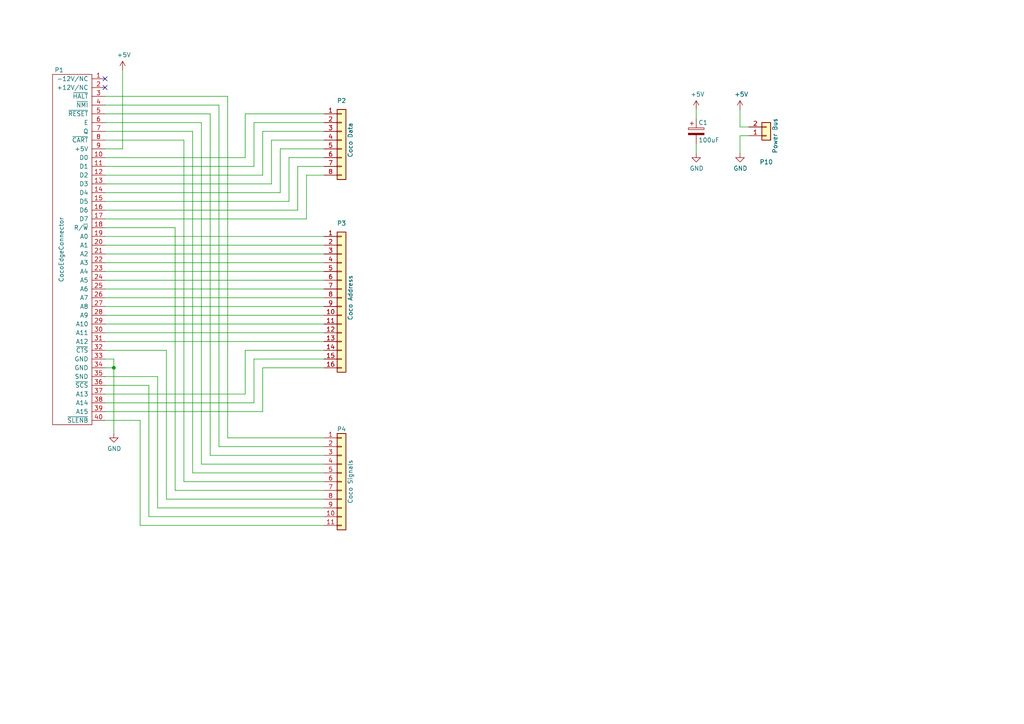
<source format=kicad_sch>
(kicad_sch (version 20230121) (generator eeschema)
  (paper "A4")
  (title_block (title "Omniboard") (date "2016-09-01") (rev "1.0") (company "Titanium Studios Pty Ltd"))
  (lib_symbols
    (symbol "CoCoProtoBoard-rescue:COCO_EDGE_CONNECTOR-00_Custom" (pin_names (offset 1.016))
      (property "Reference" "P" (at -3.175 52.07 0))
      (property "Value" "00_Custom_COCO_EDGE_CONNECTOR" (at -2.54 0 90))
      (symbol "COCO_EDGE_CONNECTOR-00_Custom_0_1"
        (rectangle (start -5.08 50.8) (end 6.35 -50.8))
      )
      (symbol "COCO_EDGE_CONNECTOR-00_Custom_1_1"
        (pin power_out line (at 10.16 49.53 180) (length 3.81) (name "-12V/NC") (number "1"))
        (pin passive line (at 10.16 26.67 180) (length 3.81) (name "D0") (number "10"))
        (pin passive line (at 10.16 24.13 180) (length 3.81) (name "D1") (number "11"))
        (pin passive line (at 10.16 21.59 180) (length 3.81) (name "D2") (number "12"))
        (pin passive line (at 10.16 19.05 180) (length 3.81) (name "D3") (number "13"))
        (pin passive line (at 10.16 16.51 180) (length 3.81) (name "D4") (number "14"))
        (pin passive line (at 10.16 13.97 180) (length 3.81) (name "D5") (number "15"))
        (pin passive line (at 10.16 11.43 180) (length 3.81) (name "D6") (number "16"))
        (pin passive line (at 10.16 8.89 180) (length 3.81) (name "D7") (number "17"))
        (pin passive line (at 10.16 6.35 180) (length 3.81) (name "R/~{W}") (number "18"))
        (pin passive line (at 10.16 3.81 180) (length 3.81) (name "A0") (number "19"))
        (pin power_out line (at 10.16 46.99 180) (length 3.81) (name "+12V/NC") (number "2"))
        (pin passive line (at 10.16 1.27 180) (length 3.81) (name "A1") (number "20"))
        (pin passive line (at 10.16 -1.27 180) (length 3.81) (name "A2") (number "21"))
        (pin passive line (at 10.16 -3.81 180) (length 3.81) (name "A3") (number "22"))
        (pin passive line (at 10.16 -6.35 180) (length 3.81) (name "A4") (number "23"))
        (pin passive line (at 10.16 -8.89 180) (length 3.81) (name "A5") (number "24"))
        (pin passive line (at 10.16 -11.43 180) (length 3.81) (name "A6") (number "25"))
        (pin passive line (at 10.16 -13.97 180) (length 3.81) (name "A7") (number "26"))
        (pin passive line (at 10.16 -16.51 180) (length 3.81) (name "A8") (number "27"))
        (pin passive line (at 10.16 -19.05 180) (length 3.81) (name "A9") (number "28"))
        (pin passive line (at 10.16 -21.59 180) (length 3.81) (name "A10") (number "29"))
        (pin passive line (at 10.16 44.45 180) (length 3.81) (name "~{HALT}") (number "3"))
        (pin passive line (at 10.16 -24.13 180) (length 3.81) (name "A11") (number "30"))
        (pin passive line (at 10.16 -26.67 180) (length 3.81) (name "A12") (number "31"))
        (pin passive line (at 10.16 -29.21 180) (length 3.81) (name "~{CTS}") (number "32"))
        (pin power_out line (at 10.16 -31.75 180) (length 3.81) (name "GND") (number "33"))
        (pin power_in line (at 10.16 -34.29 180) (length 3.81) (name "GND") (number "34"))
        (pin passive line (at 10.16 -36.83 180) (length 3.81) (name "SND") (number "35"))
        (pin passive line (at 10.16 -39.37 180) (length 3.81) (name "~{SCS}") (number "36"))
        (pin passive line (at 10.16 -41.91 180) (length 3.81) (name "A13") (number "37"))
        (pin passive line (at 10.16 -44.45 180) (length 3.81) (name "A14") (number "38"))
        (pin passive line (at 10.16 -46.99 180) (length 3.81) (name "A15") (number "39"))
        (pin passive line (at 10.16 41.91 180) (length 3.81) (name "~{NMI}") (number "4"))
        (pin passive line (at 10.16 -49.53 180) (length 3.81) (name "~{SLENB}") (number "40"))
        (pin passive line (at 10.16 39.37 180) (length 3.81) (name "~{RESET}") (number "5"))
        (pin passive line (at 10.16 36.83 180) (length 3.81) (name "E") (number "6"))
        (pin passive line (at 10.16 34.29 180) (length 3.81) (name "Q") (number "7"))
        (pin passive line (at 10.16 31.75 180) (length 3.81) (name "~{CART}") (number "8"))
        (pin power_out line (at 10.16 29.21 180) (length 3.81) (name "+5V") (number "9"))
      )
    )
    (symbol "CoCoProtoBoard-rescue:CP-Device" (pin_numbers hide) (pin_names (offset 0.254))
      (property "Reference" "C" (at 0.635 2.54 0))
      (property "Value" "Device_CP" (at 0.635 -2.54 0))
      (symbol "CP-Device_0_1"
        (rectangle (start -2.286 0.508) (end 2.286 1.016))
        (polyline (pts (xy -1.778 2.286) (xy -0.762 2.286)))
        (polyline (pts (xy -1.27 2.794) (xy -1.27 1.778)))
        (rectangle (start 2.286 -0.508) (end -2.286 -1.016) (fill (type outline)))
      )
      (symbol "CP-Device_1_1"
        (pin passive line (at 0 3.81 270) (length 2.794) (name "~") (number "1"))
        (pin passive line (at 0 -3.81 90) (length 2.794) (name "~") (number "2"))
      )
    )
    (symbol "Connector_Generic:Conn_01x02" (pin_names (offset 1.016) hide)
      (property "Reference" "J" (at 0 2.54 0))
      (property "Value" "Conn_01x02" (at 0 -5.08 0))
      (symbol "Conn_01x02_1_1"
        (rectangle (start -1.27 -2.413) (end 0 -2.667) (stroke (width 0.1524)))
        (rectangle (start -1.27 0.127) (end 0 -0.127) (stroke (width 0.1524)))
        (rectangle (start -1.27 1.27) (end 1.27 -3.81) (stroke (width 0.254)) (fill (type background)))
        (pin passive line (at -5.08 0 0) (length 3.81) (name "Pin_1") (number "1"))
        (pin passive line (at -5.08 -2.54 0) (length 3.81) (name "Pin_2") (number "2"))
      )
    )
    (symbol "Connector_Generic:Conn_01x08" (pin_names (offset 1.016) hide)
      (property "Reference" "J" (at 0 10.16 0))
      (property "Value" "Conn_01x08" (at 0 -12.7 0))
      (symbol "Conn_01x08_1_1"
        (rectangle (start -1.27 -10.033) (end 0 -10.287) (stroke (width 0.1524)))
        (rectangle (start -1.27 -7.493) (end 0 -7.747) (stroke (width 0.1524)))
        (rectangle (start -1.27 -4.953) (end 0 -5.207) (stroke (width 0.1524)))
        (rectangle (start -1.27 -2.413) (end 0 -2.667) (stroke (width 0.1524)))
        (rectangle (start -1.27 0.127) (end 0 -0.127) (stroke (width 0.1524)))
        (rectangle (start -1.27 2.667) (end 0 2.413) (stroke (width 0.1524)))
        (rectangle (start -1.27 5.207) (end 0 4.953) (stroke (width 0.1524)))
        (rectangle (start -1.27 7.747) (end 0 7.493) (stroke (width 0.1524)))
        (rectangle (start -1.27 8.89) (end 1.27 -11.43) (stroke (width 0.254)) (fill (type background)))
        (pin passive line (at -5.08 7.62 0) (length 3.81) (name "Pin_1") (number "1"))
        (pin passive line (at -5.08 5.08 0) (length 3.81) (name "Pin_2") (number "2"))
        (pin passive line (at -5.08 2.54 0) (length 3.81) (name "Pin_3") (number "3"))
        (pin passive line (at -5.08 0 0) (length 3.81) (name "Pin_4") (number "4"))
        (pin passive line (at -5.08 -2.54 0) (length 3.81) (name "Pin_5") (number "5"))
        (pin passive line (at -5.08 -5.08 0) (length 3.81) (name "Pin_6") (number "6"))
        (pin passive line (at -5.08 -7.62 0) (length 3.81) (name "Pin_7") (number "7"))
        (pin passive line (at -5.08 -10.16 0) (length 3.81) (name "Pin_8") (number "8"))
      )
    )
    (symbol "Connector_Generic:Conn_01x11" (pin_names (offset 1.016) hide)
      (property "Reference" "J" (at 0 15.24 0))
      (property "Value" "Conn_01x11" (at 0 -15.24 0))
      (symbol "Conn_01x11_1_1"
        (rectangle (start -1.27 -12.573) (end 0 -12.827) (stroke (width 0.1524)))
        (rectangle (start -1.27 -10.033) (end 0 -10.287) (stroke (width 0.1524)))
        (rectangle (start -1.27 -7.493) (end 0 -7.747) (stroke (width 0.1524)))
        (rectangle (start -1.27 -4.953) (end 0 -5.207) (stroke (width 0.1524)))
        (rectangle (start -1.27 -2.413) (end 0 -2.667) (stroke (width 0.1524)))
        (rectangle (start -1.27 0.127) (end 0 -0.127) (stroke (width 0.1524)))
        (rectangle (start -1.27 2.667) (end 0 2.413) (stroke (width 0.1524)))
        (rectangle (start -1.27 5.207) (end 0 4.953) (stroke (width 0.1524)))
        (rectangle (start -1.27 7.747) (end 0 7.493) (stroke (width 0.1524)))
        (rectangle (start -1.27 10.287) (end 0 10.033) (stroke (width 0.1524)))
        (rectangle (start -1.27 12.827) (end 0 12.573) (stroke (width 0.1524)))
        (rectangle (start -1.27 13.97) (end 1.27 -13.97) (stroke (width 0.254)) (fill (type background)))
        (pin passive line (at -5.08 12.7 0) (length 3.81) (name "Pin_1") (number "1"))
        (pin passive line (at -5.08 -10.16 0) (length 3.81) (name "Pin_10") (number "10"))
        (pin passive line (at -5.08 -12.7 0) (length 3.81) (name "Pin_11") (number "11"))
        (pin passive line (at -5.08 10.16 0) (length 3.81) (name "Pin_2") (number "2"))
        (pin passive line (at -5.08 7.62 0) (length 3.81) (name "Pin_3") (number "3"))
        (pin passive line (at -5.08 5.08 0) (length 3.81) (name "Pin_4") (number "4"))
        (pin passive line (at -5.08 2.54 0) (length 3.81) (name "Pin_5") (number "5"))
        (pin passive line (at -5.08 0 0) (length 3.81) (name "Pin_6") (number "6"))
        (pin passive line (at -5.08 -2.54 0) (length 3.81) (name "Pin_7") (number "7"))
        (pin passive line (at -5.08 -5.08 0) (length 3.81) (name "Pin_8") (number "8"))
        (pin passive line (at -5.08 -7.62 0) (length 3.81) (name "Pin_9") (number "9"))
      )
    )
    (symbol "Connector_Generic:Conn_01x16" (pin_names (offset 1.016) hide)
      (property "Reference" "J" (at 0 20.32 0))
      (property "Value" "Conn_01x16" (at 0 -22.86 0))
      (symbol "Conn_01x16_1_1"
        (rectangle (start -1.27 -20.193) (end 0 -20.447) (stroke (width 0.1524)))
        (rectangle (start -1.27 -17.653) (end 0 -17.907) (stroke (width 0.1524)))
        (rectangle (start -1.27 -15.113) (end 0 -15.367) (stroke (width 0.1524)))
        (rectangle (start -1.27 -12.573) (end 0 -12.827) (stroke (width 0.1524)))
        (rectangle (start -1.27 -10.033) (end 0 -10.287) (stroke (width 0.1524)))
        (rectangle (start -1.27 -7.493) (end 0 -7.747) (stroke (width 0.1524)))
        (rectangle (start -1.27 -4.953) (end 0 -5.207) (stroke (width 0.1524)))
        (rectangle (start -1.27 -2.413) (end 0 -2.667) (stroke (width 0.1524)))
        (rectangle (start -1.27 0.127) (end 0 -0.127) (stroke (width 0.1524)))
        (rectangle (start -1.27 2.667) (end 0 2.413) (stroke (width 0.1524)))
        (rectangle (start -1.27 5.207) (end 0 4.953) (stroke (width 0.1524)))
        (rectangle (start -1.27 7.747) (end 0 7.493) (stroke (width 0.1524)))
        (rectangle (start -1.27 10.287) (end 0 10.033) (stroke (width 0.1524)))
        (rectangle (start -1.27 12.827) (end 0 12.573) (stroke (width 0.1524)))
        (rectangle (start -1.27 15.367) (end 0 15.113) (stroke (width 0.1524)))
        (rectangle (start -1.27 17.907) (end 0 17.653) (stroke (width 0.1524)))
        (rectangle (start -1.27 19.05) (end 1.27 -21.59) (stroke (width 0.254)) (fill (type background)))
        (pin passive line (at -5.08 17.78 0) (length 3.81) (name "Pin_1") (number "1"))
        (pin passive line (at -5.08 -5.08 0) (length 3.81) (name "Pin_10") (number "10"))
        (pin passive line (at -5.08 -7.62 0) (length 3.81) (name "Pin_11") (number "11"))
        (pin passive line (at -5.08 -10.16 0) (length 3.81) (name "Pin_12") (number "12"))
        (pin passive line (at -5.08 -12.7 0) (length 3.81) (name "Pin_13") (number "13"))
        (pin passive line (at -5.08 -15.24 0) (length 3.81) (name "Pin_14") (number "14"))
        (pin passive line (at -5.08 -17.78 0) (length 3.81) (name "Pin_15") (number "15"))
        (pin passive line (at -5.08 -20.32 0) (length 3.81) (name "Pin_16") (number "16"))
        (pin passive line (at -5.08 15.24 0) (length 3.81) (name "Pin_2") (number "2"))
        (pin passive line (at -5.08 12.7 0) (length 3.81) (name "Pin_3") (number "3"))
        (pin passive line (at -5.08 10.16 0) (length 3.81) (name "Pin_4") (number "4"))
        (pin passive line (at -5.08 7.62 0) (length 3.81) (name "Pin_5") (number "5"))
        (pin passive line (at -5.08 5.08 0) (length 3.81) (name "Pin_6") (number "6"))
        (pin passive line (at -5.08 2.54 0) (length 3.81) (name "Pin_7") (number "7"))
        (pin passive line (at -5.08 0 0) (length 3.81) (name "Pin_8") (number "8"))
        (pin passive line (at -5.08 -2.54 0) (length 3.81) (name "Pin_9") (number "9"))
      )
    )
    (symbol "power:+5V" (power) (pin_names (offset 0))
      (property "Value" "+5V" (at 0 3.556 0))
      (symbol "+5V_0_1"
        (polyline (pts (xy -0.762 1.27) (xy 0 2.54)))
        (polyline (pts (xy 0 0) (xy 0 2.54)))
        (polyline (pts (xy 0 2.54) (xy 0.762 1.27)))
      )
      (symbol "+5V_1_1"
        (pin power_in line (at 0 0 90) (length 0) hide (name "+5V") (number "1"))
      )
    )
    (symbol "power:GND" (power) (pin_names (offset 0))
      (property "Value" "GND" (at 0 -3.81 0))
      (symbol "GND_0_1"
        (polyline (pts (xy 0 0) (xy 0 -1.27) (xy 1.27 -1.27) (xy 0 -2.54) (xy -1.27 -1.27) (xy 0 -1.27)))
      )
      (symbol "GND_1_1"
        (pin power_in line (at 0 0 270) (length 0) hide (name "GND") (number "1"))
      )
    )
  )
  (junction (at 33.02 106.68))
  (no_connect (at 30.48 22.86))
  (no_connect (at 30.48 25.4))
  (wire (pts (xy 66.04 27.94) (xy 66.04 127)))
  (wire (pts (xy 73.66 104.14) (xy 73.66 116.84)))
  (wire (pts (xy 58.42 35.56) (xy 30.48 35.56)))
  (wire (pts (xy 93.98 106.68) (xy 76.2 106.68)))
  (wire (pts (xy 50.8 142.24) (xy 93.98 142.24)))
  (wire (pts (xy 30.48 43.18) (xy 35.56 43.18)))
  (wire (pts (xy 30.48 63.5) (xy 88.9 63.5)))
  (wire (pts (xy 30.48 93.98) (xy 93.98 93.98)))
  (wire (pts (xy 214.63 31.75) (xy 214.63 36.83)))
  (wire (pts (xy 201.93 31.75) (xy 201.93 34.29)))
  (wire (pts (xy 43.18 149.86) (xy 43.18 111.76)))
  (wire (pts (xy 93.98 96.52) (xy 30.48 96.52)))
  (wire (pts (xy 76.2 106.68) (xy 76.2 119.38)))
  (wire (pts (xy 30.48 99.06) (xy 93.98 99.06)))
  (wire (pts (xy 48.26 144.78) (xy 48.26 101.6)))
  (wire (pts (xy 53.34 139.7) (xy 53.34 40.64)))
  (wire (pts (xy 55.88 137.16) (xy 93.98 137.16)))
  (wire (pts (xy 86.36 60.96) (xy 86.36 48.26)))
  (wire (pts (xy 63.5 30.48) (xy 63.5 129.54)))
  (wire (pts (xy 76.2 38.1) (xy 93.98 38.1)))
  (wire (pts (xy 30.48 121.92) (xy 40.64 121.92)))
  (wire (pts (xy 81.28 43.18) (xy 93.98 43.18)))
  (wire (pts (xy 81.28 55.88) (xy 81.28 43.18)))
  (wire (pts (xy 30.48 48.26) (xy 73.66 48.26)))
  (wire (pts (xy 40.64 152.4) (xy 93.98 152.4)))
  (wire (pts (xy 73.66 104.14) (xy 93.98 104.14)))
  (wire (pts (xy 71.12 45.72) (xy 71.12 33.02)))
  (wire (pts (xy 83.82 58.42) (xy 83.82 45.72)))
  (wire (pts (xy 60.96 132.08) (xy 93.98 132.08)))
  (wire (pts (xy 30.48 114.3) (xy 71.12 114.3)))
  (wire (pts (xy 30.48 91.44) (xy 93.98 91.44)))
  (wire (pts (xy 217.17 39.37) (xy 214.63 39.37)))
  (wire (pts (xy 33.02 106.68) (xy 30.48 106.68)))
  (wire (pts (xy 30.48 104.14) (xy 33.02 104.14)))
  (wire (pts (xy 45.72 147.32) (xy 93.98 147.32)))
  (wire (pts (xy 30.48 55.88) (xy 81.28 55.88)))
  (wire (pts (xy 45.72 109.22) (xy 45.72 147.32)))
  (wire (pts (xy 40.64 121.92) (xy 40.64 152.4)))
  (wire (pts (xy 66.04 127) (xy 93.98 127)))
  (wire (pts (xy 30.48 81.28) (xy 93.98 81.28)))
  (wire (pts (xy 71.12 101.6) (xy 93.98 101.6)))
  (wire (pts (xy 93.98 68.58) (xy 30.48 68.58)))
  (wire (pts (xy 48.26 101.6) (xy 30.48 101.6)))
  (wire (pts (xy 30.48 86.36) (xy 93.98 86.36)))
  (wire (pts (xy 30.48 38.1) (xy 55.88 38.1)))
  (wire (pts (xy 214.63 39.37) (xy 214.63 44.45)))
  (wire (pts (xy 71.12 114.3) (xy 71.12 101.6)))
  (wire (pts (xy 30.48 30.48) (xy 63.5 30.48)))
  (wire (pts (xy 93.98 78.74) (xy 30.48 78.74)))
  (wire (pts (xy 73.66 35.56) (xy 93.98 35.56)))
  (wire (pts (xy 30.48 109.22) (xy 45.72 109.22)))
  (wire (pts (xy 83.82 45.72) (xy 93.98 45.72)))
  (wire (pts (xy 35.56 43.18) (xy 35.56 20.32)))
  (wire (pts (xy 30.48 58.42) (xy 83.82 58.42)))
  (wire (pts (xy 30.48 53.34) (xy 78.74 53.34)))
  (wire (pts (xy 86.36 48.26) (xy 93.98 48.26)))
  (wire (pts (xy 93.98 139.7) (xy 53.34 139.7)))
  (wire (pts (xy 30.48 45.72) (xy 71.12 45.72)))
  (wire (pts (xy 30.48 66.04) (xy 50.8 66.04)))
  (wire (pts (xy 63.5 129.54) (xy 93.98 129.54)))
  (wire (pts (xy 73.66 48.26) (xy 73.66 35.56)))
  (wire (pts (xy 43.18 111.76) (xy 30.48 111.76)))
  (wire (pts (xy 55.88 38.1) (xy 55.88 137.16)))
  (wire (pts (xy 93.98 144.78) (xy 48.26 144.78)))
  (wire (pts (xy 30.48 27.94) (xy 66.04 27.94)))
  (wire (pts (xy 53.34 40.64) (xy 30.48 40.64)))
  (wire (pts (xy 93.98 134.62) (xy 58.42 134.62)))
  (wire (pts (xy 93.98 149.86) (xy 43.18 149.86)))
  (wire (pts (xy 73.66 116.84) (xy 30.48 116.84)))
  (wire (pts (xy 30.48 50.8) (xy 76.2 50.8)))
  (wire (pts (xy 30.48 73.66) (xy 93.98 73.66)))
  (wire (pts (xy 30.48 33.02) (xy 60.96 33.02)))
  (wire (pts (xy 71.12 33.02) (xy 93.98 33.02)))
  (wire (pts (xy 93.98 83.82) (xy 30.48 83.82)))
  (wire (pts (xy 60.96 33.02) (xy 60.96 132.08)))
  (wire (pts (xy 58.42 134.62) (xy 58.42 35.56)))
  (wire (pts (xy 214.63 36.83) (xy 217.17 36.83)))
  (wire (pts (xy 78.74 53.34) (xy 78.74 40.64)))
  (wire (pts (xy 76.2 119.38) (xy 30.48 119.38)))
  (wire (pts (xy 93.98 88.9) (xy 30.48 88.9)))
  (wire (pts (xy 201.93 41.91) (xy 201.93 44.45)))
  (wire (pts (xy 88.9 50.8) (xy 93.98 50.8)))
  (wire (pts (xy 30.48 71.12) (xy 93.98 71.12)))
  (wire (pts (xy 33.02 106.68) (xy 33.02 125.73)))
  (wire (pts (xy 78.74 40.64) (xy 93.98 40.64)))
  (wire (pts (xy 88.9 63.5) (xy 88.9 50.8)))
  (wire (pts (xy 76.2 50.8) (xy 76.2 38.1)))
  (wire (pts (xy 33.02 104.14) (xy 33.02 106.68)))
  (wire (pts (xy 93.98 76.2) (xy 30.48 76.2)))
  (wire (pts (xy 50.8 66.04) (xy 50.8 142.24)))
  (wire (pts (xy 30.48 60.96) (xy 86.36 60.96)))
  (symbol (lib_id "CoCoProtoBoard-rescue:CP-Device") (at 201.93 38.1 0) (unit 1)
    (property "Reference" "C1" (at 202.565 35.56 0) (effects (justify left)))
    (property "Value" "100uF" (at 202.565 40.64 0) (effects (justify left)))
    (property "Footprint" "Capacitors_ThroughHole:C_Radial_D7.5_L11.2_P2.5" (effects hide))
  )
  (symbol (lib_id "CoCoProtoBoard-rescue:COCO_EDGE_CONNECTOR-00_Custom") (at 20.32 72.39 0) (unit 1)
    (property "Reference" "P1" (at 17.145 20.32 0))
    (property "Value" "CocoEdgeConnector" (at 17.78 72.39 90))
    (property "Footprint" "00_Custom:CocoCardEdge" (effects hide))
  )
  (symbol (lib_id "Connector_Generic:Conn_01x16") (at 99.06 86.36 0) (unit 1)
    (property "Reference" "P3" (at 99.06 64.77 0))
    (property "Value" "Coco Address" (at 101.6 86.36 90))
    (property "Footprint" "Housings_DIP:DIP-32_W15.24mm" (effects hide))
  )
  (symbol (lib_id "Connector_Generic:Conn_01x08") (at 99.06 40.64 0) (unit 1)
    (property "Reference" "P2" (at 99.06 29.21 0))
    (property "Value" "Coco Data" (at 101.6 40.64 90))
    (property "Footprint" "Housings_DIP:DIP-16_W7.62mm" (effects hide))
  )
  (symbol (lib_id "Connector_Generic:Conn_01x11") (at 99.06 139.7 0) (unit 1)
    (property "Reference" "P4" (at 99.06 124.46 0))
    (property "Value" "Coco Signals" (at 101.6 139.7 90))
    (property "Footprint" "Housings_DIP:DIP-22_W10.16mm" (effects hide))
  )
  (symbol (lib_id "Connector_Generic:Conn_01x02") (at 222.25 39.37 0) (mirror x) (unit 1)
    (property "Reference" "P10" (at 222.25 46.99 0))
    (property "Value" "Power Bus" (at 224.79 39.37 90))
    (property "Footprint" "Housings_DIP:DIP-16_W7.62mm" (effects hide))
  )
  (symbol (lib_id "power:GND") (at 201.93 44.45 0) (unit 1)
    (property "Reference" "#PWR?" (effects hide))
    (property "Value" "GND" (at 202.057 48.8442 0))
  )
  (symbol (lib_id "power:GND") (at 214.63 44.45 0) (unit 1)
    (property "Reference" "#PWR?" (effects hide))
    (property "Value" "GND" (at 214.757 48.8442 0))
  )
  (symbol (lib_id "power:GND") (at 33.02 125.73 0) (unit 1)
    (property "Reference" "#PWR?" (effects hide))
    (property "Value" "GND" (at 33.147 130.1242 0))
  )
  (symbol (lib_id "power:+5V") (at 201.93 31.75 0) (unit 1)
    (property "Reference" "#PWR0101" (effects hide))
    (property "Value" "+5V" (at 202.311 27.3558 0))
  )
  (symbol (lib_id "power:+5V") (at 35.56 20.32 0) (unit 1)
    (property "Reference" "#PWR0102" (effects hide))
    (property "Value" "+5V" (at 35.941 15.9258 0))
  )
  (symbol (lib_id "power:+5V") (at 214.63 31.75 0) (unit 1)
    (property "Reference" "#PWR0103" (effects hide))
    (property "Value" "+5V" (at 215.011 27.3558 0))
  )
)
</source>
